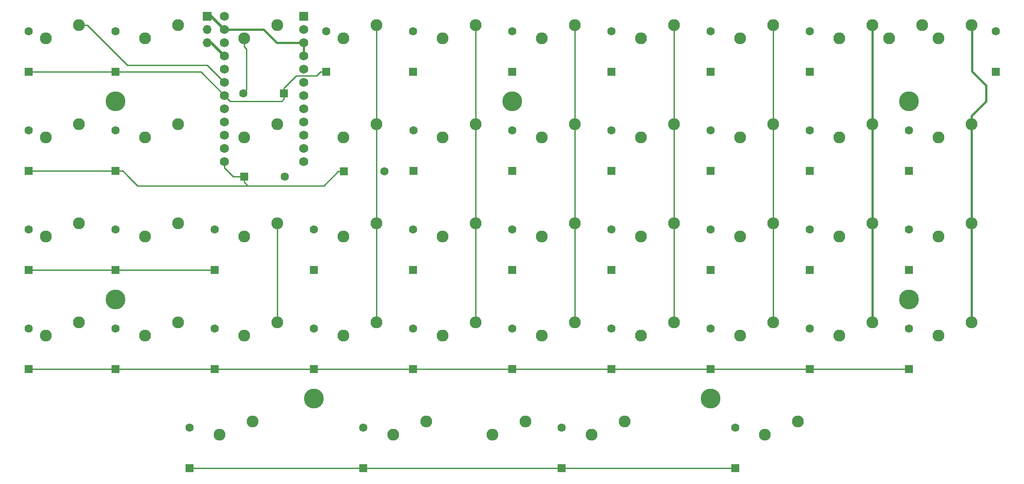
<source format=gtl>
G04 #@! TF.GenerationSoftware,KiCad,Pcbnew,(5.1.2)-2*
G04 #@! TF.CreationDate,2019-10-09T00:02:49-05:00*
G04 #@! TF.ProjectId,ai03-pcb-guide,61693033-2d70-4636-922d-67756964652e,rev?*
G04 #@! TF.SameCoordinates,Original*
G04 #@! TF.FileFunction,Copper,L1,Top*
G04 #@! TF.FilePolarity,Positive*
%FSLAX46Y46*%
G04 Gerber Fmt 4.6, Leading zero omitted, Abs format (unit mm)*
G04 Created by KiCad (PCBNEW (5.1.2)-2) date 2019-10-09 00:02:49*
%MOMM*%
%LPD*%
G04 APERTURE LIST*
%ADD10C,2.286000*%
%ADD11C,1.600000*%
%ADD12R,1.600000X1.600000*%
%ADD13C,1.752600*%
%ADD14R,1.752600X1.752600*%
%ADD15C,3.800000*%
%ADD16O,1.700000X1.700000*%
%ADD17R,1.700000X1.700000*%
%ADD18C,0.450000*%
%ADD19C,0.600000*%
%ADD20C,0.381000*%
%ADD21C,0.254000*%
G04 APERTURE END LIST*
D10*
X154940000Y-111601250D03*
X148590000Y-114141250D03*
X173990000Y-111601250D03*
X167640000Y-114141250D03*
X250190000Y-35401250D03*
X243840000Y-37941250D03*
D11*
X247650000Y-74681250D03*
D12*
X247650000Y-82481250D03*
D11*
X247650000Y-55631250D03*
D12*
X247650000Y-63431250D03*
D11*
X228600000Y-55631250D03*
D12*
X228600000Y-63431250D03*
D11*
X228600000Y-36581250D03*
D12*
X228600000Y-44381250D03*
D11*
X209550000Y-93731250D03*
D12*
X209550000Y-101531250D03*
D11*
X209550000Y-74681250D03*
D12*
X209550000Y-82481250D03*
D11*
X209550000Y-55631250D03*
D12*
X209550000Y-63431250D03*
D11*
X209550000Y-36581250D03*
D12*
X209550000Y-44381250D03*
D11*
X214312500Y-112781250D03*
D12*
X214312500Y-120581250D03*
D11*
X190500000Y-36581250D03*
D12*
X190500000Y-44381250D03*
D11*
X171450000Y-93731250D03*
D12*
X171450000Y-101531250D03*
D11*
X171450000Y-74681250D03*
D12*
X171450000Y-82481250D03*
D11*
X171450000Y-36581250D03*
D12*
X171450000Y-44381250D03*
D11*
X152400000Y-93731250D03*
D12*
X152400000Y-101531250D03*
D11*
X152500000Y-55600000D03*
D12*
X152500000Y-63400000D03*
D11*
X133350000Y-93731250D03*
D12*
X133350000Y-101531250D03*
D11*
X114300000Y-74681250D03*
D12*
X114300000Y-82481250D03*
D11*
X95250000Y-93731250D03*
D12*
X95250000Y-101531250D03*
D11*
X95250000Y-74681250D03*
D12*
X95250000Y-82481250D03*
D11*
X95250000Y-36581250D03*
D12*
X95250000Y-44381250D03*
D11*
X78581250Y-93731250D03*
D12*
X78581250Y-101531250D03*
D11*
X78581250Y-74681250D03*
D12*
X78581250Y-82481250D03*
D11*
X78581250Y-55631250D03*
D12*
X78581250Y-63431250D03*
D11*
X78581250Y-36581250D03*
D12*
X78581250Y-44381250D03*
X247650000Y-101531250D03*
D11*
X247650000Y-93731250D03*
D12*
X264318750Y-44381250D03*
D11*
X264318750Y-36581250D03*
D12*
X228600000Y-101531250D03*
D11*
X228600000Y-93731250D03*
D12*
X228600000Y-82481250D03*
D11*
X228600000Y-74681250D03*
D12*
X190500000Y-101531250D03*
D11*
X190500000Y-93731250D03*
D12*
X190500000Y-82481250D03*
D11*
X190500000Y-74681250D03*
D12*
X190500000Y-63431250D03*
D11*
X190500000Y-55631250D03*
D12*
X180975000Y-120581250D03*
D11*
X180975000Y-112781250D03*
D12*
X171450000Y-63431250D03*
D11*
X171450000Y-55631250D03*
D12*
X142875000Y-120581250D03*
D11*
X142875000Y-112781250D03*
D12*
X152400000Y-82481250D03*
D11*
X152400000Y-74681250D03*
D12*
X152400000Y-44381250D03*
D11*
X152400000Y-36581250D03*
D12*
X109537500Y-120581250D03*
D11*
X109537500Y-112781250D03*
D12*
X133350000Y-82481250D03*
D11*
X133350000Y-74681250D03*
D12*
X139100000Y-63500000D03*
D11*
X146900000Y-63500000D03*
D12*
X135731250Y-44381250D03*
D11*
X135731250Y-36581250D03*
D12*
X114300000Y-101531250D03*
D11*
X114300000Y-93731250D03*
D12*
X120000000Y-64500000D03*
D11*
X127800000Y-64500000D03*
D12*
X127650000Y-48500000D03*
D11*
X119850000Y-48500000D03*
D12*
X95250000Y-63431250D03*
D11*
X95250000Y-55631250D03*
D13*
X116205000Y-33655000D03*
X131445000Y-61595000D03*
X116205000Y-36195000D03*
X116205000Y-38735000D03*
X116205000Y-41275000D03*
X116205000Y-43815000D03*
X116205000Y-46355000D03*
X116205000Y-48895000D03*
X116205000Y-51435000D03*
X116205000Y-53975000D03*
X116205000Y-56515000D03*
X116205000Y-59055000D03*
X116205000Y-61595000D03*
X131445000Y-59055000D03*
X131445000Y-56515000D03*
X131445000Y-53975000D03*
X131445000Y-51435000D03*
X131445000Y-48895000D03*
X131445000Y-46355000D03*
X131445000Y-43815000D03*
X131445000Y-41275000D03*
X131445000Y-38735000D03*
X131445000Y-36195000D03*
D14*
X131445000Y-33655000D03*
D10*
X126365000Y-54451250D03*
X120015000Y-56991250D03*
X107315000Y-73501250D03*
X100965000Y-76041250D03*
X107315000Y-35401250D03*
X100965000Y-37941250D03*
X226377500Y-111601250D03*
X220027500Y-114141250D03*
X193040000Y-111601250D03*
X186690000Y-114141250D03*
D15*
X171450000Y-50006250D03*
X95250000Y-88106250D03*
X247650000Y-50006250D03*
X247650000Y-88106250D03*
X209550000Y-107156250D03*
X133350000Y-107156250D03*
X95250000Y-50006250D03*
D10*
X115252500Y-114141250D03*
X121602500Y-111601250D03*
X259715000Y-73501250D03*
X253365000Y-76041250D03*
X221615000Y-73501250D03*
X215265000Y-76041250D03*
X107315000Y-54451250D03*
X100965000Y-56991250D03*
D16*
X112900000Y-38740000D03*
X112900000Y-36200000D03*
D17*
X112900000Y-33660000D03*
D10*
X126365000Y-73501250D03*
X120015000Y-76041250D03*
X88265000Y-92551250D03*
X81915000Y-95091250D03*
X183515000Y-54451250D03*
X177165000Y-56991250D03*
X107315000Y-92551250D03*
X100965000Y-95091250D03*
X145415000Y-92551250D03*
X139065000Y-95091250D03*
X202565000Y-54451250D03*
X196215000Y-56991250D03*
X164465000Y-54451250D03*
X158115000Y-56991250D03*
X259715000Y-92551250D03*
X253365000Y-95091250D03*
X145415000Y-54451250D03*
X139065000Y-56991250D03*
X88265000Y-54451250D03*
X81915000Y-56991250D03*
X240665000Y-92551250D03*
X234315000Y-95091250D03*
X259715000Y-54451250D03*
X253365000Y-56991250D03*
X240665000Y-54451250D03*
X234315000Y-56991250D03*
X183515000Y-92551250D03*
X177165000Y-95091250D03*
X202565000Y-92551250D03*
X196215000Y-95091250D03*
X240665000Y-73501250D03*
X234315000Y-76041250D03*
X202565000Y-73501250D03*
X196215000Y-76041250D03*
X221615000Y-54451250D03*
X215265000Y-56991250D03*
X183515000Y-73501250D03*
X177165000Y-76041250D03*
X164465000Y-73501250D03*
X158115000Y-76041250D03*
X145415000Y-73501250D03*
X139065000Y-76041250D03*
X221615000Y-92551250D03*
X215265000Y-95091250D03*
X126365000Y-92551250D03*
X120015000Y-95091250D03*
X164465000Y-92551250D03*
X158115000Y-95091250D03*
X88265000Y-73501250D03*
X81915000Y-76041250D03*
X240665000Y-35401250D03*
X234315000Y-37941250D03*
X221615000Y-35401250D03*
X215265000Y-37941250D03*
X202565000Y-35401250D03*
X196215000Y-37941250D03*
X183515000Y-35401250D03*
X177165000Y-37941250D03*
X164465000Y-35401250D03*
X158115000Y-37941250D03*
X145415000Y-35401250D03*
X139065000Y-37941250D03*
X126365000Y-35401250D03*
X120015000Y-37941250D03*
X88265000Y-35401250D03*
X81915000Y-37941250D03*
X259715000Y-35401250D03*
X253365000Y-37941250D03*
D18*
X131445000Y-38735000D02*
X131445000Y-41275000D01*
D19*
X113670000Y-33660000D02*
X114020000Y-34010000D01*
X112900000Y-33660000D02*
X113670000Y-33660000D01*
X114020000Y-34010000D02*
X116205000Y-36195000D01*
D20*
X116205000Y-36195000D02*
X123695000Y-36195000D01*
X126235000Y-38735000D02*
X131445000Y-38735000D01*
X123695000Y-36195000D02*
X126235000Y-38735000D01*
D19*
X113670000Y-38740000D02*
X116205000Y-41275000D01*
X112900000Y-38740000D02*
X113670000Y-38740000D01*
D21*
X119850000Y-48350000D02*
X119850000Y-48500000D01*
X120400000Y-47800000D02*
X119850000Y-48350000D01*
X120400000Y-39942696D02*
X120400000Y-47800000D01*
X120015000Y-39557696D02*
X120400000Y-39942696D01*
X120015000Y-37941250D02*
X120015000Y-39557696D01*
X79635250Y-44381250D02*
X95250000Y-44381250D01*
X78581250Y-44381250D02*
X79635250Y-44381250D01*
X111691250Y-44381250D02*
X116205000Y-48895000D01*
X95250000Y-44381250D02*
X111691250Y-44381250D01*
X134618750Y-44381250D02*
X135731250Y-44381250D01*
X133890000Y-45110000D02*
X134618750Y-44381250D01*
X129986000Y-45110000D02*
X133890000Y-45110000D01*
X127650000Y-48500000D02*
X127650000Y-47446000D01*
X127650000Y-47446000D02*
X129986000Y-45110000D01*
X117310000Y-50000000D02*
X116205000Y-48895000D01*
X127204000Y-50000000D02*
X117310000Y-50000000D01*
X127650000Y-49554000D02*
X127204000Y-50000000D01*
X127650000Y-48500000D02*
X127650000Y-49554000D01*
X96304000Y-63431250D02*
X95250000Y-63431250D01*
X94196000Y-63431250D02*
X78581250Y-63431250D01*
X95250000Y-63431250D02*
X94196000Y-63431250D01*
X96681250Y-63431250D02*
X96304000Y-63431250D01*
X99500000Y-66250000D02*
X97625000Y-64375000D01*
X97625000Y-64375000D02*
X96681250Y-63431250D01*
X120696000Y-66250000D02*
X118250000Y-66250000D01*
X118250000Y-66250000D02*
X99500000Y-66250000D01*
X138046000Y-63500000D02*
X139100000Y-63500000D01*
X135296000Y-66250000D02*
X138046000Y-63500000D01*
X120696000Y-66250000D02*
X135296000Y-66250000D01*
X120000000Y-65554000D02*
X120696000Y-66250000D01*
X120000000Y-64500000D02*
X120000000Y-65554000D01*
X118946000Y-64500000D02*
X120000000Y-64500000D01*
X117870725Y-64500000D02*
X118946000Y-64500000D01*
X116205000Y-62834275D02*
X117870725Y-64500000D01*
X116205000Y-61595000D02*
X116205000Y-62834275D01*
X79635250Y-82481250D02*
X114300000Y-82481250D01*
X78581250Y-82481250D02*
X79635250Y-82481250D01*
X79635250Y-101531250D02*
X114300000Y-101531250D01*
X78581250Y-101531250D02*
X79635250Y-101531250D01*
X114300000Y-101531250D02*
X190500000Y-101531250D01*
X190500000Y-101531250D02*
X247650000Y-101531250D01*
X110591500Y-120581250D02*
X214312500Y-120581250D01*
X109537500Y-120581250D02*
X110591500Y-120581250D01*
D18*
X259715000Y-54451250D02*
X259715000Y-92551250D01*
X259715000Y-52834804D02*
X262500000Y-50049804D01*
X259715000Y-54451250D02*
X259715000Y-52834804D01*
X262500000Y-50049804D02*
X262500000Y-47000000D01*
X262500000Y-47000000D02*
X259750000Y-44250000D01*
X259750000Y-35445251D02*
X259715000Y-35445251D01*
X259750000Y-44250000D02*
X259750000Y-35445251D01*
D21*
X112900000Y-43050000D02*
X116205000Y-46355000D01*
X97530196Y-43050000D02*
X112900000Y-43050000D01*
X89881446Y-35401250D02*
X97530196Y-43050000D01*
X88265000Y-35401250D02*
X89881446Y-35401250D01*
X126365000Y-54451250D02*
X126365000Y-55175000D01*
X126365000Y-90934804D02*
X126365000Y-73501250D01*
X126365000Y-92551250D02*
X126365000Y-90934804D01*
X145415000Y-35401250D02*
X145415000Y-92551250D01*
X145415000Y-64203602D02*
X145415000Y-73501250D01*
X145415000Y-54451250D02*
X145415000Y-64203602D01*
X164465000Y-39586316D02*
X164465000Y-35401250D01*
X164465000Y-92551250D02*
X164465000Y-39586316D01*
X183515000Y-92551250D02*
X183515000Y-35401250D01*
X202565000Y-35401250D02*
X202565000Y-92551250D01*
X221615000Y-92551250D02*
X221615000Y-35401250D01*
D18*
X240665000Y-35401250D02*
X240665000Y-92551250D01*
X116205000Y-43815000D02*
X115815000Y-43815000D01*
M02*

</source>
